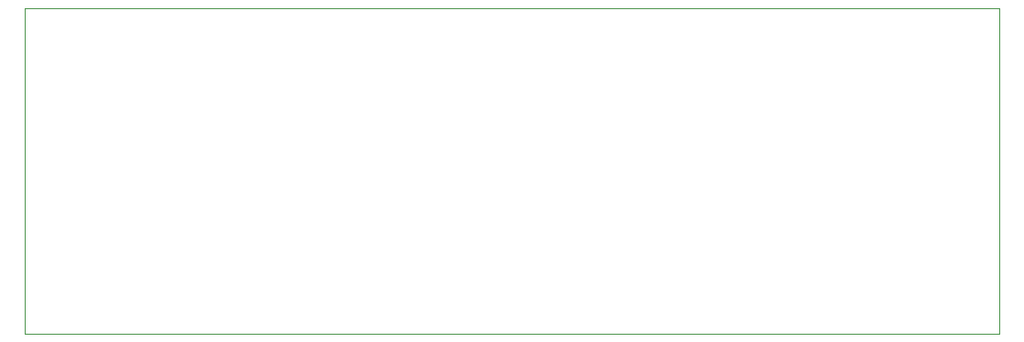
<source format=gko>
G04 This is an RS-274x file exported by *
G04 gerbv version 2.6.0 *
G04 More information is available about gerbv at *
G04 http://gerbv.gpleda.org/ *
G04 --End of header info--*
%MOIN*%
%FSLAX34Y34*%
%IPPOS*%
G04 --Define apertures--*
%ADD10C,0.0000*%
%ADD11R,0.0515X0.0515*%
%ADD12C,0.0515*%
%ADD13C,0.0520*%
%ADD14C,0.0600*%
%AMMACRO15*
5,1,8,0.000000,0.000000,0.056284,22.500000*
%
%ADD15MACRO15*%
%ADD16C,0.1000*%
%AMMACRO17*
5,1,8,0.000000,0.000000,0.108239,22.500000*
%
%ADD17MACRO17*%
%AMMACRO18*
5,1,8,0.000000,0.000000,0.064943,22.500000*
%
%ADD18MACRO18*%
%ADD19C,0.0885*%
%ADD20C,0.0780*%
%AMMACRO21*
5,1,8,0.000000,0.000000,0.108780,22.500000*
%
%ADD21MACRO21*%
%ADD22C,0.1700*%
%ADD23C,0.0554*%
%ADD24C,0.0700*%
%ADD25C,0.0660*%
%ADD26C,0.0240*%
%ADD27C,0.0860*%
%ADD28C,0.0760*%
%ADD29C,0.0320*%
%ADD30C,0.0475*%
%ADD31C,0.0500*%
%ADD32C,0.0700*%
G04 --Start main section--*
G54D10*
G01X0000180Y0001287D02*
G01X0000180Y0013158D01*
G01X0000180Y0013158D02*
G01X0035672Y0013158D01*
G01X0035672Y0013158D02*
G01X0035672Y0001287D01*
G01X0035672Y0001287D02*
G01X0000180Y0001287D01*
M02*

</source>
